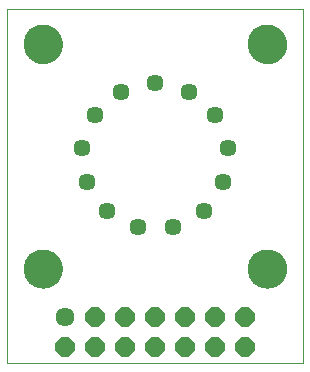
<source format=gbs>
G75*
%MOIN*%
%OFA0B0*%
%FSLAX25Y25*%
%IPPOS*%
%LPD*%
%AMOC8*
5,1,8,0,0,1.08239X$1,22.5*
%
%ADD10C,0.00000*%
%ADD11C,0.12998*%
%ADD12C,0.05707*%
%ADD13C,0.06337*%
%ADD14OC8,0.06337*%
D10*
X0001000Y0010264D02*
X0001000Y0128374D01*
X0099425Y0128374D01*
X0099425Y0010264D01*
X0001000Y0010264D01*
X0006512Y0041760D02*
X0006514Y0041918D01*
X0006520Y0042076D01*
X0006530Y0042234D01*
X0006544Y0042392D01*
X0006562Y0042549D01*
X0006583Y0042706D01*
X0006609Y0042862D01*
X0006639Y0043018D01*
X0006672Y0043173D01*
X0006710Y0043326D01*
X0006751Y0043479D01*
X0006796Y0043631D01*
X0006845Y0043782D01*
X0006898Y0043931D01*
X0006954Y0044079D01*
X0007014Y0044225D01*
X0007078Y0044370D01*
X0007146Y0044513D01*
X0007217Y0044655D01*
X0007291Y0044795D01*
X0007369Y0044932D01*
X0007451Y0045068D01*
X0007535Y0045202D01*
X0007624Y0045333D01*
X0007715Y0045462D01*
X0007810Y0045589D01*
X0007907Y0045714D01*
X0008008Y0045836D01*
X0008112Y0045955D01*
X0008219Y0046072D01*
X0008329Y0046186D01*
X0008442Y0046297D01*
X0008557Y0046406D01*
X0008675Y0046511D01*
X0008796Y0046613D01*
X0008919Y0046713D01*
X0009045Y0046809D01*
X0009173Y0046902D01*
X0009303Y0046992D01*
X0009436Y0047078D01*
X0009571Y0047162D01*
X0009707Y0047241D01*
X0009846Y0047318D01*
X0009987Y0047390D01*
X0010129Y0047460D01*
X0010273Y0047525D01*
X0010419Y0047587D01*
X0010566Y0047645D01*
X0010715Y0047700D01*
X0010865Y0047751D01*
X0011016Y0047798D01*
X0011168Y0047841D01*
X0011321Y0047880D01*
X0011476Y0047916D01*
X0011631Y0047947D01*
X0011787Y0047975D01*
X0011943Y0047999D01*
X0012100Y0048019D01*
X0012258Y0048035D01*
X0012415Y0048047D01*
X0012574Y0048055D01*
X0012732Y0048059D01*
X0012890Y0048059D01*
X0013048Y0048055D01*
X0013207Y0048047D01*
X0013364Y0048035D01*
X0013522Y0048019D01*
X0013679Y0047999D01*
X0013835Y0047975D01*
X0013991Y0047947D01*
X0014146Y0047916D01*
X0014301Y0047880D01*
X0014454Y0047841D01*
X0014606Y0047798D01*
X0014757Y0047751D01*
X0014907Y0047700D01*
X0015056Y0047645D01*
X0015203Y0047587D01*
X0015349Y0047525D01*
X0015493Y0047460D01*
X0015635Y0047390D01*
X0015776Y0047318D01*
X0015915Y0047241D01*
X0016051Y0047162D01*
X0016186Y0047078D01*
X0016319Y0046992D01*
X0016449Y0046902D01*
X0016577Y0046809D01*
X0016703Y0046713D01*
X0016826Y0046613D01*
X0016947Y0046511D01*
X0017065Y0046406D01*
X0017180Y0046297D01*
X0017293Y0046186D01*
X0017403Y0046072D01*
X0017510Y0045955D01*
X0017614Y0045836D01*
X0017715Y0045714D01*
X0017812Y0045589D01*
X0017907Y0045462D01*
X0017998Y0045333D01*
X0018087Y0045202D01*
X0018171Y0045068D01*
X0018253Y0044932D01*
X0018331Y0044795D01*
X0018405Y0044655D01*
X0018476Y0044513D01*
X0018544Y0044370D01*
X0018608Y0044225D01*
X0018668Y0044079D01*
X0018724Y0043931D01*
X0018777Y0043782D01*
X0018826Y0043631D01*
X0018871Y0043479D01*
X0018912Y0043326D01*
X0018950Y0043173D01*
X0018983Y0043018D01*
X0019013Y0042862D01*
X0019039Y0042706D01*
X0019060Y0042549D01*
X0019078Y0042392D01*
X0019092Y0042234D01*
X0019102Y0042076D01*
X0019108Y0041918D01*
X0019110Y0041760D01*
X0019108Y0041602D01*
X0019102Y0041444D01*
X0019092Y0041286D01*
X0019078Y0041128D01*
X0019060Y0040971D01*
X0019039Y0040814D01*
X0019013Y0040658D01*
X0018983Y0040502D01*
X0018950Y0040347D01*
X0018912Y0040194D01*
X0018871Y0040041D01*
X0018826Y0039889D01*
X0018777Y0039738D01*
X0018724Y0039589D01*
X0018668Y0039441D01*
X0018608Y0039295D01*
X0018544Y0039150D01*
X0018476Y0039007D01*
X0018405Y0038865D01*
X0018331Y0038725D01*
X0018253Y0038588D01*
X0018171Y0038452D01*
X0018087Y0038318D01*
X0017998Y0038187D01*
X0017907Y0038058D01*
X0017812Y0037931D01*
X0017715Y0037806D01*
X0017614Y0037684D01*
X0017510Y0037565D01*
X0017403Y0037448D01*
X0017293Y0037334D01*
X0017180Y0037223D01*
X0017065Y0037114D01*
X0016947Y0037009D01*
X0016826Y0036907D01*
X0016703Y0036807D01*
X0016577Y0036711D01*
X0016449Y0036618D01*
X0016319Y0036528D01*
X0016186Y0036442D01*
X0016051Y0036358D01*
X0015915Y0036279D01*
X0015776Y0036202D01*
X0015635Y0036130D01*
X0015493Y0036060D01*
X0015349Y0035995D01*
X0015203Y0035933D01*
X0015056Y0035875D01*
X0014907Y0035820D01*
X0014757Y0035769D01*
X0014606Y0035722D01*
X0014454Y0035679D01*
X0014301Y0035640D01*
X0014146Y0035604D01*
X0013991Y0035573D01*
X0013835Y0035545D01*
X0013679Y0035521D01*
X0013522Y0035501D01*
X0013364Y0035485D01*
X0013207Y0035473D01*
X0013048Y0035465D01*
X0012890Y0035461D01*
X0012732Y0035461D01*
X0012574Y0035465D01*
X0012415Y0035473D01*
X0012258Y0035485D01*
X0012100Y0035501D01*
X0011943Y0035521D01*
X0011787Y0035545D01*
X0011631Y0035573D01*
X0011476Y0035604D01*
X0011321Y0035640D01*
X0011168Y0035679D01*
X0011016Y0035722D01*
X0010865Y0035769D01*
X0010715Y0035820D01*
X0010566Y0035875D01*
X0010419Y0035933D01*
X0010273Y0035995D01*
X0010129Y0036060D01*
X0009987Y0036130D01*
X0009846Y0036202D01*
X0009707Y0036279D01*
X0009571Y0036358D01*
X0009436Y0036442D01*
X0009303Y0036528D01*
X0009173Y0036618D01*
X0009045Y0036711D01*
X0008919Y0036807D01*
X0008796Y0036907D01*
X0008675Y0037009D01*
X0008557Y0037114D01*
X0008442Y0037223D01*
X0008329Y0037334D01*
X0008219Y0037448D01*
X0008112Y0037565D01*
X0008008Y0037684D01*
X0007907Y0037806D01*
X0007810Y0037931D01*
X0007715Y0038058D01*
X0007624Y0038187D01*
X0007535Y0038318D01*
X0007451Y0038452D01*
X0007369Y0038588D01*
X0007291Y0038725D01*
X0007217Y0038865D01*
X0007146Y0039007D01*
X0007078Y0039150D01*
X0007014Y0039295D01*
X0006954Y0039441D01*
X0006898Y0039589D01*
X0006845Y0039738D01*
X0006796Y0039889D01*
X0006751Y0040041D01*
X0006710Y0040194D01*
X0006672Y0040347D01*
X0006639Y0040502D01*
X0006609Y0040658D01*
X0006583Y0040814D01*
X0006562Y0040971D01*
X0006544Y0041128D01*
X0006530Y0041286D01*
X0006520Y0041444D01*
X0006514Y0041602D01*
X0006512Y0041760D01*
X0006512Y0116563D02*
X0006514Y0116721D01*
X0006520Y0116879D01*
X0006530Y0117037D01*
X0006544Y0117195D01*
X0006562Y0117352D01*
X0006583Y0117509D01*
X0006609Y0117665D01*
X0006639Y0117821D01*
X0006672Y0117976D01*
X0006710Y0118129D01*
X0006751Y0118282D01*
X0006796Y0118434D01*
X0006845Y0118585D01*
X0006898Y0118734D01*
X0006954Y0118882D01*
X0007014Y0119028D01*
X0007078Y0119173D01*
X0007146Y0119316D01*
X0007217Y0119458D01*
X0007291Y0119598D01*
X0007369Y0119735D01*
X0007451Y0119871D01*
X0007535Y0120005D01*
X0007624Y0120136D01*
X0007715Y0120265D01*
X0007810Y0120392D01*
X0007907Y0120517D01*
X0008008Y0120639D01*
X0008112Y0120758D01*
X0008219Y0120875D01*
X0008329Y0120989D01*
X0008442Y0121100D01*
X0008557Y0121209D01*
X0008675Y0121314D01*
X0008796Y0121416D01*
X0008919Y0121516D01*
X0009045Y0121612D01*
X0009173Y0121705D01*
X0009303Y0121795D01*
X0009436Y0121881D01*
X0009571Y0121965D01*
X0009707Y0122044D01*
X0009846Y0122121D01*
X0009987Y0122193D01*
X0010129Y0122263D01*
X0010273Y0122328D01*
X0010419Y0122390D01*
X0010566Y0122448D01*
X0010715Y0122503D01*
X0010865Y0122554D01*
X0011016Y0122601D01*
X0011168Y0122644D01*
X0011321Y0122683D01*
X0011476Y0122719D01*
X0011631Y0122750D01*
X0011787Y0122778D01*
X0011943Y0122802D01*
X0012100Y0122822D01*
X0012258Y0122838D01*
X0012415Y0122850D01*
X0012574Y0122858D01*
X0012732Y0122862D01*
X0012890Y0122862D01*
X0013048Y0122858D01*
X0013207Y0122850D01*
X0013364Y0122838D01*
X0013522Y0122822D01*
X0013679Y0122802D01*
X0013835Y0122778D01*
X0013991Y0122750D01*
X0014146Y0122719D01*
X0014301Y0122683D01*
X0014454Y0122644D01*
X0014606Y0122601D01*
X0014757Y0122554D01*
X0014907Y0122503D01*
X0015056Y0122448D01*
X0015203Y0122390D01*
X0015349Y0122328D01*
X0015493Y0122263D01*
X0015635Y0122193D01*
X0015776Y0122121D01*
X0015915Y0122044D01*
X0016051Y0121965D01*
X0016186Y0121881D01*
X0016319Y0121795D01*
X0016449Y0121705D01*
X0016577Y0121612D01*
X0016703Y0121516D01*
X0016826Y0121416D01*
X0016947Y0121314D01*
X0017065Y0121209D01*
X0017180Y0121100D01*
X0017293Y0120989D01*
X0017403Y0120875D01*
X0017510Y0120758D01*
X0017614Y0120639D01*
X0017715Y0120517D01*
X0017812Y0120392D01*
X0017907Y0120265D01*
X0017998Y0120136D01*
X0018087Y0120005D01*
X0018171Y0119871D01*
X0018253Y0119735D01*
X0018331Y0119598D01*
X0018405Y0119458D01*
X0018476Y0119316D01*
X0018544Y0119173D01*
X0018608Y0119028D01*
X0018668Y0118882D01*
X0018724Y0118734D01*
X0018777Y0118585D01*
X0018826Y0118434D01*
X0018871Y0118282D01*
X0018912Y0118129D01*
X0018950Y0117976D01*
X0018983Y0117821D01*
X0019013Y0117665D01*
X0019039Y0117509D01*
X0019060Y0117352D01*
X0019078Y0117195D01*
X0019092Y0117037D01*
X0019102Y0116879D01*
X0019108Y0116721D01*
X0019110Y0116563D01*
X0019108Y0116405D01*
X0019102Y0116247D01*
X0019092Y0116089D01*
X0019078Y0115931D01*
X0019060Y0115774D01*
X0019039Y0115617D01*
X0019013Y0115461D01*
X0018983Y0115305D01*
X0018950Y0115150D01*
X0018912Y0114997D01*
X0018871Y0114844D01*
X0018826Y0114692D01*
X0018777Y0114541D01*
X0018724Y0114392D01*
X0018668Y0114244D01*
X0018608Y0114098D01*
X0018544Y0113953D01*
X0018476Y0113810D01*
X0018405Y0113668D01*
X0018331Y0113528D01*
X0018253Y0113391D01*
X0018171Y0113255D01*
X0018087Y0113121D01*
X0017998Y0112990D01*
X0017907Y0112861D01*
X0017812Y0112734D01*
X0017715Y0112609D01*
X0017614Y0112487D01*
X0017510Y0112368D01*
X0017403Y0112251D01*
X0017293Y0112137D01*
X0017180Y0112026D01*
X0017065Y0111917D01*
X0016947Y0111812D01*
X0016826Y0111710D01*
X0016703Y0111610D01*
X0016577Y0111514D01*
X0016449Y0111421D01*
X0016319Y0111331D01*
X0016186Y0111245D01*
X0016051Y0111161D01*
X0015915Y0111082D01*
X0015776Y0111005D01*
X0015635Y0110933D01*
X0015493Y0110863D01*
X0015349Y0110798D01*
X0015203Y0110736D01*
X0015056Y0110678D01*
X0014907Y0110623D01*
X0014757Y0110572D01*
X0014606Y0110525D01*
X0014454Y0110482D01*
X0014301Y0110443D01*
X0014146Y0110407D01*
X0013991Y0110376D01*
X0013835Y0110348D01*
X0013679Y0110324D01*
X0013522Y0110304D01*
X0013364Y0110288D01*
X0013207Y0110276D01*
X0013048Y0110268D01*
X0012890Y0110264D01*
X0012732Y0110264D01*
X0012574Y0110268D01*
X0012415Y0110276D01*
X0012258Y0110288D01*
X0012100Y0110304D01*
X0011943Y0110324D01*
X0011787Y0110348D01*
X0011631Y0110376D01*
X0011476Y0110407D01*
X0011321Y0110443D01*
X0011168Y0110482D01*
X0011016Y0110525D01*
X0010865Y0110572D01*
X0010715Y0110623D01*
X0010566Y0110678D01*
X0010419Y0110736D01*
X0010273Y0110798D01*
X0010129Y0110863D01*
X0009987Y0110933D01*
X0009846Y0111005D01*
X0009707Y0111082D01*
X0009571Y0111161D01*
X0009436Y0111245D01*
X0009303Y0111331D01*
X0009173Y0111421D01*
X0009045Y0111514D01*
X0008919Y0111610D01*
X0008796Y0111710D01*
X0008675Y0111812D01*
X0008557Y0111917D01*
X0008442Y0112026D01*
X0008329Y0112137D01*
X0008219Y0112251D01*
X0008112Y0112368D01*
X0008008Y0112487D01*
X0007907Y0112609D01*
X0007810Y0112734D01*
X0007715Y0112861D01*
X0007624Y0112990D01*
X0007535Y0113121D01*
X0007451Y0113255D01*
X0007369Y0113391D01*
X0007291Y0113528D01*
X0007217Y0113668D01*
X0007146Y0113810D01*
X0007078Y0113953D01*
X0007014Y0114098D01*
X0006954Y0114244D01*
X0006898Y0114392D01*
X0006845Y0114541D01*
X0006796Y0114692D01*
X0006751Y0114844D01*
X0006710Y0114997D01*
X0006672Y0115150D01*
X0006639Y0115305D01*
X0006609Y0115461D01*
X0006583Y0115617D01*
X0006562Y0115774D01*
X0006544Y0115931D01*
X0006530Y0116089D01*
X0006520Y0116247D01*
X0006514Y0116405D01*
X0006512Y0116563D01*
X0081315Y0116563D02*
X0081317Y0116721D01*
X0081323Y0116879D01*
X0081333Y0117037D01*
X0081347Y0117195D01*
X0081365Y0117352D01*
X0081386Y0117509D01*
X0081412Y0117665D01*
X0081442Y0117821D01*
X0081475Y0117976D01*
X0081513Y0118129D01*
X0081554Y0118282D01*
X0081599Y0118434D01*
X0081648Y0118585D01*
X0081701Y0118734D01*
X0081757Y0118882D01*
X0081817Y0119028D01*
X0081881Y0119173D01*
X0081949Y0119316D01*
X0082020Y0119458D01*
X0082094Y0119598D01*
X0082172Y0119735D01*
X0082254Y0119871D01*
X0082338Y0120005D01*
X0082427Y0120136D01*
X0082518Y0120265D01*
X0082613Y0120392D01*
X0082710Y0120517D01*
X0082811Y0120639D01*
X0082915Y0120758D01*
X0083022Y0120875D01*
X0083132Y0120989D01*
X0083245Y0121100D01*
X0083360Y0121209D01*
X0083478Y0121314D01*
X0083599Y0121416D01*
X0083722Y0121516D01*
X0083848Y0121612D01*
X0083976Y0121705D01*
X0084106Y0121795D01*
X0084239Y0121881D01*
X0084374Y0121965D01*
X0084510Y0122044D01*
X0084649Y0122121D01*
X0084790Y0122193D01*
X0084932Y0122263D01*
X0085076Y0122328D01*
X0085222Y0122390D01*
X0085369Y0122448D01*
X0085518Y0122503D01*
X0085668Y0122554D01*
X0085819Y0122601D01*
X0085971Y0122644D01*
X0086124Y0122683D01*
X0086279Y0122719D01*
X0086434Y0122750D01*
X0086590Y0122778D01*
X0086746Y0122802D01*
X0086903Y0122822D01*
X0087061Y0122838D01*
X0087218Y0122850D01*
X0087377Y0122858D01*
X0087535Y0122862D01*
X0087693Y0122862D01*
X0087851Y0122858D01*
X0088010Y0122850D01*
X0088167Y0122838D01*
X0088325Y0122822D01*
X0088482Y0122802D01*
X0088638Y0122778D01*
X0088794Y0122750D01*
X0088949Y0122719D01*
X0089104Y0122683D01*
X0089257Y0122644D01*
X0089409Y0122601D01*
X0089560Y0122554D01*
X0089710Y0122503D01*
X0089859Y0122448D01*
X0090006Y0122390D01*
X0090152Y0122328D01*
X0090296Y0122263D01*
X0090438Y0122193D01*
X0090579Y0122121D01*
X0090718Y0122044D01*
X0090854Y0121965D01*
X0090989Y0121881D01*
X0091122Y0121795D01*
X0091252Y0121705D01*
X0091380Y0121612D01*
X0091506Y0121516D01*
X0091629Y0121416D01*
X0091750Y0121314D01*
X0091868Y0121209D01*
X0091983Y0121100D01*
X0092096Y0120989D01*
X0092206Y0120875D01*
X0092313Y0120758D01*
X0092417Y0120639D01*
X0092518Y0120517D01*
X0092615Y0120392D01*
X0092710Y0120265D01*
X0092801Y0120136D01*
X0092890Y0120005D01*
X0092974Y0119871D01*
X0093056Y0119735D01*
X0093134Y0119598D01*
X0093208Y0119458D01*
X0093279Y0119316D01*
X0093347Y0119173D01*
X0093411Y0119028D01*
X0093471Y0118882D01*
X0093527Y0118734D01*
X0093580Y0118585D01*
X0093629Y0118434D01*
X0093674Y0118282D01*
X0093715Y0118129D01*
X0093753Y0117976D01*
X0093786Y0117821D01*
X0093816Y0117665D01*
X0093842Y0117509D01*
X0093863Y0117352D01*
X0093881Y0117195D01*
X0093895Y0117037D01*
X0093905Y0116879D01*
X0093911Y0116721D01*
X0093913Y0116563D01*
X0093911Y0116405D01*
X0093905Y0116247D01*
X0093895Y0116089D01*
X0093881Y0115931D01*
X0093863Y0115774D01*
X0093842Y0115617D01*
X0093816Y0115461D01*
X0093786Y0115305D01*
X0093753Y0115150D01*
X0093715Y0114997D01*
X0093674Y0114844D01*
X0093629Y0114692D01*
X0093580Y0114541D01*
X0093527Y0114392D01*
X0093471Y0114244D01*
X0093411Y0114098D01*
X0093347Y0113953D01*
X0093279Y0113810D01*
X0093208Y0113668D01*
X0093134Y0113528D01*
X0093056Y0113391D01*
X0092974Y0113255D01*
X0092890Y0113121D01*
X0092801Y0112990D01*
X0092710Y0112861D01*
X0092615Y0112734D01*
X0092518Y0112609D01*
X0092417Y0112487D01*
X0092313Y0112368D01*
X0092206Y0112251D01*
X0092096Y0112137D01*
X0091983Y0112026D01*
X0091868Y0111917D01*
X0091750Y0111812D01*
X0091629Y0111710D01*
X0091506Y0111610D01*
X0091380Y0111514D01*
X0091252Y0111421D01*
X0091122Y0111331D01*
X0090989Y0111245D01*
X0090854Y0111161D01*
X0090718Y0111082D01*
X0090579Y0111005D01*
X0090438Y0110933D01*
X0090296Y0110863D01*
X0090152Y0110798D01*
X0090006Y0110736D01*
X0089859Y0110678D01*
X0089710Y0110623D01*
X0089560Y0110572D01*
X0089409Y0110525D01*
X0089257Y0110482D01*
X0089104Y0110443D01*
X0088949Y0110407D01*
X0088794Y0110376D01*
X0088638Y0110348D01*
X0088482Y0110324D01*
X0088325Y0110304D01*
X0088167Y0110288D01*
X0088010Y0110276D01*
X0087851Y0110268D01*
X0087693Y0110264D01*
X0087535Y0110264D01*
X0087377Y0110268D01*
X0087218Y0110276D01*
X0087061Y0110288D01*
X0086903Y0110304D01*
X0086746Y0110324D01*
X0086590Y0110348D01*
X0086434Y0110376D01*
X0086279Y0110407D01*
X0086124Y0110443D01*
X0085971Y0110482D01*
X0085819Y0110525D01*
X0085668Y0110572D01*
X0085518Y0110623D01*
X0085369Y0110678D01*
X0085222Y0110736D01*
X0085076Y0110798D01*
X0084932Y0110863D01*
X0084790Y0110933D01*
X0084649Y0111005D01*
X0084510Y0111082D01*
X0084374Y0111161D01*
X0084239Y0111245D01*
X0084106Y0111331D01*
X0083976Y0111421D01*
X0083848Y0111514D01*
X0083722Y0111610D01*
X0083599Y0111710D01*
X0083478Y0111812D01*
X0083360Y0111917D01*
X0083245Y0112026D01*
X0083132Y0112137D01*
X0083022Y0112251D01*
X0082915Y0112368D01*
X0082811Y0112487D01*
X0082710Y0112609D01*
X0082613Y0112734D01*
X0082518Y0112861D01*
X0082427Y0112990D01*
X0082338Y0113121D01*
X0082254Y0113255D01*
X0082172Y0113391D01*
X0082094Y0113528D01*
X0082020Y0113668D01*
X0081949Y0113810D01*
X0081881Y0113953D01*
X0081817Y0114098D01*
X0081757Y0114244D01*
X0081701Y0114392D01*
X0081648Y0114541D01*
X0081599Y0114692D01*
X0081554Y0114844D01*
X0081513Y0114997D01*
X0081475Y0115150D01*
X0081442Y0115305D01*
X0081412Y0115461D01*
X0081386Y0115617D01*
X0081365Y0115774D01*
X0081347Y0115931D01*
X0081333Y0116089D01*
X0081323Y0116247D01*
X0081317Y0116405D01*
X0081315Y0116563D01*
X0081315Y0041760D02*
X0081317Y0041918D01*
X0081323Y0042076D01*
X0081333Y0042234D01*
X0081347Y0042392D01*
X0081365Y0042549D01*
X0081386Y0042706D01*
X0081412Y0042862D01*
X0081442Y0043018D01*
X0081475Y0043173D01*
X0081513Y0043326D01*
X0081554Y0043479D01*
X0081599Y0043631D01*
X0081648Y0043782D01*
X0081701Y0043931D01*
X0081757Y0044079D01*
X0081817Y0044225D01*
X0081881Y0044370D01*
X0081949Y0044513D01*
X0082020Y0044655D01*
X0082094Y0044795D01*
X0082172Y0044932D01*
X0082254Y0045068D01*
X0082338Y0045202D01*
X0082427Y0045333D01*
X0082518Y0045462D01*
X0082613Y0045589D01*
X0082710Y0045714D01*
X0082811Y0045836D01*
X0082915Y0045955D01*
X0083022Y0046072D01*
X0083132Y0046186D01*
X0083245Y0046297D01*
X0083360Y0046406D01*
X0083478Y0046511D01*
X0083599Y0046613D01*
X0083722Y0046713D01*
X0083848Y0046809D01*
X0083976Y0046902D01*
X0084106Y0046992D01*
X0084239Y0047078D01*
X0084374Y0047162D01*
X0084510Y0047241D01*
X0084649Y0047318D01*
X0084790Y0047390D01*
X0084932Y0047460D01*
X0085076Y0047525D01*
X0085222Y0047587D01*
X0085369Y0047645D01*
X0085518Y0047700D01*
X0085668Y0047751D01*
X0085819Y0047798D01*
X0085971Y0047841D01*
X0086124Y0047880D01*
X0086279Y0047916D01*
X0086434Y0047947D01*
X0086590Y0047975D01*
X0086746Y0047999D01*
X0086903Y0048019D01*
X0087061Y0048035D01*
X0087218Y0048047D01*
X0087377Y0048055D01*
X0087535Y0048059D01*
X0087693Y0048059D01*
X0087851Y0048055D01*
X0088010Y0048047D01*
X0088167Y0048035D01*
X0088325Y0048019D01*
X0088482Y0047999D01*
X0088638Y0047975D01*
X0088794Y0047947D01*
X0088949Y0047916D01*
X0089104Y0047880D01*
X0089257Y0047841D01*
X0089409Y0047798D01*
X0089560Y0047751D01*
X0089710Y0047700D01*
X0089859Y0047645D01*
X0090006Y0047587D01*
X0090152Y0047525D01*
X0090296Y0047460D01*
X0090438Y0047390D01*
X0090579Y0047318D01*
X0090718Y0047241D01*
X0090854Y0047162D01*
X0090989Y0047078D01*
X0091122Y0046992D01*
X0091252Y0046902D01*
X0091380Y0046809D01*
X0091506Y0046713D01*
X0091629Y0046613D01*
X0091750Y0046511D01*
X0091868Y0046406D01*
X0091983Y0046297D01*
X0092096Y0046186D01*
X0092206Y0046072D01*
X0092313Y0045955D01*
X0092417Y0045836D01*
X0092518Y0045714D01*
X0092615Y0045589D01*
X0092710Y0045462D01*
X0092801Y0045333D01*
X0092890Y0045202D01*
X0092974Y0045068D01*
X0093056Y0044932D01*
X0093134Y0044795D01*
X0093208Y0044655D01*
X0093279Y0044513D01*
X0093347Y0044370D01*
X0093411Y0044225D01*
X0093471Y0044079D01*
X0093527Y0043931D01*
X0093580Y0043782D01*
X0093629Y0043631D01*
X0093674Y0043479D01*
X0093715Y0043326D01*
X0093753Y0043173D01*
X0093786Y0043018D01*
X0093816Y0042862D01*
X0093842Y0042706D01*
X0093863Y0042549D01*
X0093881Y0042392D01*
X0093895Y0042234D01*
X0093905Y0042076D01*
X0093911Y0041918D01*
X0093913Y0041760D01*
X0093911Y0041602D01*
X0093905Y0041444D01*
X0093895Y0041286D01*
X0093881Y0041128D01*
X0093863Y0040971D01*
X0093842Y0040814D01*
X0093816Y0040658D01*
X0093786Y0040502D01*
X0093753Y0040347D01*
X0093715Y0040194D01*
X0093674Y0040041D01*
X0093629Y0039889D01*
X0093580Y0039738D01*
X0093527Y0039589D01*
X0093471Y0039441D01*
X0093411Y0039295D01*
X0093347Y0039150D01*
X0093279Y0039007D01*
X0093208Y0038865D01*
X0093134Y0038725D01*
X0093056Y0038588D01*
X0092974Y0038452D01*
X0092890Y0038318D01*
X0092801Y0038187D01*
X0092710Y0038058D01*
X0092615Y0037931D01*
X0092518Y0037806D01*
X0092417Y0037684D01*
X0092313Y0037565D01*
X0092206Y0037448D01*
X0092096Y0037334D01*
X0091983Y0037223D01*
X0091868Y0037114D01*
X0091750Y0037009D01*
X0091629Y0036907D01*
X0091506Y0036807D01*
X0091380Y0036711D01*
X0091252Y0036618D01*
X0091122Y0036528D01*
X0090989Y0036442D01*
X0090854Y0036358D01*
X0090718Y0036279D01*
X0090579Y0036202D01*
X0090438Y0036130D01*
X0090296Y0036060D01*
X0090152Y0035995D01*
X0090006Y0035933D01*
X0089859Y0035875D01*
X0089710Y0035820D01*
X0089560Y0035769D01*
X0089409Y0035722D01*
X0089257Y0035679D01*
X0089104Y0035640D01*
X0088949Y0035604D01*
X0088794Y0035573D01*
X0088638Y0035545D01*
X0088482Y0035521D01*
X0088325Y0035501D01*
X0088167Y0035485D01*
X0088010Y0035473D01*
X0087851Y0035465D01*
X0087693Y0035461D01*
X0087535Y0035461D01*
X0087377Y0035465D01*
X0087218Y0035473D01*
X0087061Y0035485D01*
X0086903Y0035501D01*
X0086746Y0035521D01*
X0086590Y0035545D01*
X0086434Y0035573D01*
X0086279Y0035604D01*
X0086124Y0035640D01*
X0085971Y0035679D01*
X0085819Y0035722D01*
X0085668Y0035769D01*
X0085518Y0035820D01*
X0085369Y0035875D01*
X0085222Y0035933D01*
X0085076Y0035995D01*
X0084932Y0036060D01*
X0084790Y0036130D01*
X0084649Y0036202D01*
X0084510Y0036279D01*
X0084374Y0036358D01*
X0084239Y0036442D01*
X0084106Y0036528D01*
X0083976Y0036618D01*
X0083848Y0036711D01*
X0083722Y0036807D01*
X0083599Y0036907D01*
X0083478Y0037009D01*
X0083360Y0037114D01*
X0083245Y0037223D01*
X0083132Y0037334D01*
X0083022Y0037448D01*
X0082915Y0037565D01*
X0082811Y0037684D01*
X0082710Y0037806D01*
X0082613Y0037931D01*
X0082518Y0038058D01*
X0082427Y0038187D01*
X0082338Y0038318D01*
X0082254Y0038452D01*
X0082172Y0038588D01*
X0082094Y0038725D01*
X0082020Y0038865D01*
X0081949Y0039007D01*
X0081881Y0039150D01*
X0081817Y0039295D01*
X0081757Y0039441D01*
X0081701Y0039589D01*
X0081648Y0039738D01*
X0081599Y0039889D01*
X0081554Y0040041D01*
X0081513Y0040194D01*
X0081475Y0040347D01*
X0081442Y0040502D01*
X0081412Y0040658D01*
X0081386Y0040814D01*
X0081365Y0040971D01*
X0081347Y0041128D01*
X0081333Y0041286D01*
X0081323Y0041444D01*
X0081317Y0041602D01*
X0081315Y0041760D01*
D11*
X0087614Y0041760D03*
X0087614Y0116563D03*
X0012811Y0116563D03*
X0012811Y0041760D03*
D12*
X0034052Y0060920D03*
X0027426Y0070520D03*
X0026020Y0082099D03*
X0030157Y0093005D03*
X0038887Y0100740D03*
X0050213Y0103531D03*
X0061538Y0100740D03*
X0070269Y0093005D03*
X0074405Y0082099D03*
X0072999Y0070520D03*
X0066373Y0060920D03*
X0056044Y0055500D03*
X0044381Y0055500D03*
D13*
X0020213Y0025500D03*
D14*
X0020213Y0015500D03*
X0030213Y0015500D03*
X0030213Y0025500D03*
X0040213Y0025500D03*
X0040213Y0015500D03*
X0050213Y0015500D03*
X0050213Y0025500D03*
X0060213Y0025500D03*
X0060213Y0015500D03*
X0070213Y0015500D03*
X0070213Y0025500D03*
X0080213Y0025500D03*
X0080213Y0015500D03*
M02*

</source>
